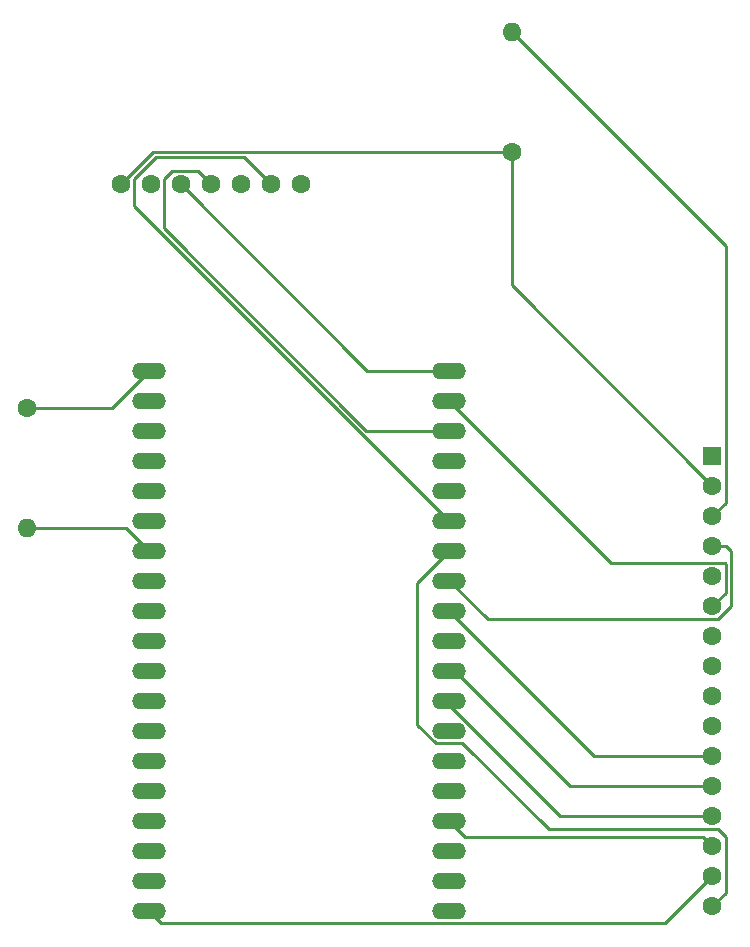
<source format=gbr>
%TF.GenerationSoftware,KiCad,Pcbnew,7.0.2*%
%TF.CreationDate,2023-05-09T10:18:56-04:00*%
%TF.ProjectId,port_alt,706f7274-5f61-46c7-942e-6b696361645f,rev?*%
%TF.SameCoordinates,Original*%
%TF.FileFunction,Copper,L1,Top*%
%TF.FilePolarity,Positive*%
%FSLAX46Y46*%
G04 Gerber Fmt 4.6, Leading zero omitted, Abs format (unit mm)*
G04 Created by KiCad (PCBNEW 7.0.2) date 2023-05-09 10:18:56*
%MOMM*%
%LPD*%
G01*
G04 APERTURE LIST*
%TA.AperFunction,ComponentPad*%
%ADD10O,2.844800X1.422400*%
%TD*%
%TA.AperFunction,ComponentPad*%
%ADD11R,1.600000X1.600000*%
%TD*%
%TA.AperFunction,ComponentPad*%
%ADD12C,1.600000*%
%TD*%
%TA.AperFunction,ComponentPad*%
%ADD13O,1.600000X1.600000*%
%TD*%
%TA.AperFunction,Conductor*%
%ADD14C,0.250000*%
%TD*%
G04 APERTURE END LIST*
D10*
%TO.P,U3,3V3,3.3V*%
%TO.N,Net-(U3-3.3V)*%
X104300000Y-90775000D03*
%TO.P,U3,EN,EN*%
%TO.N,unconnected-(U3-PadEN)*%
X104300000Y-93315000D03*
%TO.P,U3,GND@1,GND@1*%
%TO.N,unconnected-(U3-PadGND@1)*%
X104300000Y-123795000D03*
%TO.P,U3,GND@2,GND@2*%
%TO.N,/GND*%
X129700000Y-90775000D03*
%TO.P,U3,GND@3,GND@3*%
%TO.N,Net-(U1-K)*%
X129700000Y-106015000D03*
%TO.P,U3,GPIO0,GPIO0*%
%TO.N,unconnected-(U3-PadGPIO0)*%
X129700000Y-123795000D03*
%TO.P,U3,GPIO2,GPIO2*%
%TO.N,unconnected-(U3-PadGPIO2)*%
X129700000Y-126335000D03*
%TO.P,U3,GPIO4,GPIO4*%
%TO.N,unconnected-(U3-PadGPIO4)*%
X129700000Y-121255000D03*
%TO.P,U3,GPIO5,GPIO5*%
%TO.N,unconnected-(U3-PadGPIO5)*%
X129700000Y-113635000D03*
%TO.P,U3,GPIO6,GPIO6*%
%TO.N,unconnected-(U3-PadGPIO6)*%
X129700000Y-136495000D03*
%TO.P,U3,GPIO7,GPIO7*%
%TO.N,unconnected-(U3-PadGPIO7)*%
X129700000Y-133955000D03*
%TO.P,U3,GPIO8,GPIO8*%
%TO.N,unconnected-(U3-PadGPIO8)*%
X129700000Y-131415000D03*
%TO.P,U3,GPIO9,GPIO9*%
%TO.N,unconnected-(U3-PadGPIO9)*%
X104300000Y-128875000D03*
%TO.P,U3,GPIO10,GPIO10*%
%TO.N,unconnected-(U3-PadGPIO10)*%
X104300000Y-131415000D03*
%TO.P,U3,GPIO11,GPIO11*%
%TO.N,unconnected-(U3-PadGPIO11)*%
X104300000Y-133955000D03*
%TO.P,U3,GPIO12,GPIO12*%
%TO.N,unconnected-(U3-PadGPIO12)*%
X104300000Y-121255000D03*
%TO.P,U3,GPIO13,GPIO13*%
%TO.N,unconnected-(U3-PadGPIO13)*%
X104300000Y-126335000D03*
%TO.P,U3,GPIO14,GPIO14*%
%TO.N,unconnected-(U3-PadGPIO14)*%
X104300000Y-118715000D03*
%TO.P,U3,GPIO15,GPIO15*%
%TO.N,Net-(U1-D7)*%
X129700000Y-128875000D03*
%TO.P,U3,GPIO16,GPIO16*%
%TO.N,Net-(U1-D6)*%
X129700000Y-118715000D03*
%TO.P,U3,GPIO17,GPIO17*%
%TO.N,Net-(U1-D5)*%
X129700000Y-116175000D03*
%TO.P,U3,GPIO18,GPIO18*%
%TO.N,Net-(U1-D4)*%
X129700000Y-111095000D03*
%TO.P,U3,GPIO19,GPIO19*%
%TO.N,Net-(U1-RS)*%
X129700000Y-108555000D03*
%TO.P,U3,GPIO21,GPIO21*%
%TO.N,Net-(U2-SDI)*%
X129700000Y-103475000D03*
%TO.P,U3,GPIO22,GPIO22*%
%TO.N,Net-(U2-SCK)*%
X129700000Y-95855000D03*
%TO.P,U3,GPIO23,GPIO23*%
%TO.N,Net-(U1-E)*%
X129700000Y-93315000D03*
%TO.P,U3,GPIO25,GPIO25*%
%TO.N,unconnected-(U3-PadGPIO25)*%
X104300000Y-111095000D03*
%TO.P,U3,GPIO26,GPIO26*%
%TO.N,unconnected-(U3-PadGPIO26)*%
X104300000Y-113635000D03*
%TO.P,U3,GPIO27,GPIO27*%
%TO.N,unconnected-(U3-PadGPIO27)*%
X104300000Y-116175000D03*
%TO.P,U3,GPIO32,GPIO32*%
%TO.N,Net-(U5-SPST2)*%
X104300000Y-106015000D03*
%TO.P,U3,GPIO33,GPIO33*%
%TO.N,unconnected-(U3-PadGPIO33)*%
X104300000Y-108555000D03*
%TO.P,U3,GPIO34,GPIO34*%
%TO.N,unconnected-(U3-PadGPIO34)*%
X104300000Y-100935000D03*
%TO.P,U3,GPIO35,GPIO35*%
%TO.N,unconnected-(U3-PadGPIO35)*%
X104300000Y-103475000D03*
%TO.P,U3,GPIO36,GPIO36*%
%TO.N,unconnected-(U3-PadGPIO36)*%
X104300000Y-95855000D03*
%TO.P,U3,GPIO39,GPIO39*%
%TO.N,unconnected-(U3-PadGPIO39)*%
X104300000Y-98395000D03*
%TO.P,U3,RX0,RX0*%
%TO.N,unconnected-(U3-PadRX0)*%
X129700000Y-100935000D03*
%TO.P,U3,TX0,TX0*%
%TO.N,unconnected-(U3-PadTX0)*%
X129700000Y-98395000D03*
%TO.P,U3,VIN,VIN*%
%TO.N,/5V*%
X104300000Y-136495000D03*
%TD*%
D11*
%TO.P,U1,1,vss*%
%TO.N,/GND*%
X152000000Y-98000000D03*
D12*
%TO.P,U1,2,vdd*%
%TO.N,/5V*%
X152000000Y-100540000D03*
%TO.P,U1,3,v0*%
%TO.N,/V0*%
X152000000Y-103080000D03*
%TO.P,U1,4,RS*%
%TO.N,Net-(U1-RS)*%
X152000000Y-105620000D03*
%TO.P,U1,5,RW*%
%TO.N,/GND*%
X152000000Y-108160000D03*
%TO.P,U1,6,E*%
%TO.N,Net-(U1-E)*%
X152000000Y-110700000D03*
%TO.P,U1,7,D0*%
%TO.N,unconnected-(U1-D0-Pad7)*%
X152000000Y-113240000D03*
%TO.P,U1,8,D1*%
%TO.N,unconnected-(U1-D1-Pad8)*%
X152000000Y-115780000D03*
%TO.P,U1,9,D2*%
%TO.N,unconnected-(U1-D2-Pad9)*%
X152000000Y-118320000D03*
%TO.P,U1,10,D3*%
%TO.N,unconnected-(U1-D3-Pad10)*%
X152000000Y-120860000D03*
%TO.P,U1,11,D4*%
%TO.N,Net-(U1-D4)*%
X152000000Y-123400000D03*
%TO.P,U1,12,D5*%
%TO.N,Net-(U1-D5)*%
X152000000Y-125940000D03*
%TO.P,U1,13,D6*%
%TO.N,Net-(U1-D6)*%
X152000000Y-128480000D03*
%TO.P,U1,14,D7*%
%TO.N,Net-(U1-D7)*%
X152000000Y-131020000D03*
%TO.P,U1,15,A*%
%TO.N,/5V*%
X152000000Y-133560000D03*
%TO.P,U1,16,K*%
%TO.N,Net-(U1-K)*%
X152000000Y-136100000D03*
%TD*%
%TO.P,U6,1,R1*%
%TO.N,/5V*%
X135000000Y-72240000D03*
D13*
%TO.P,U6,2,R2*%
%TO.N,/V0*%
X135000000Y-62080000D03*
%TD*%
D12*
%TO.P,U2,1,VIN*%
%TO.N,/5V*%
X101920000Y-75000000D03*
%TO.P,U2,2,3VO*%
%TO.N,unconnected-(U2-3VO-Pad2)*%
X104460000Y-75000000D03*
%TO.P,U2,3,GND*%
%TO.N,/GND*%
X107000000Y-75000000D03*
%TO.P,U2,4,SCK*%
%TO.N,Net-(U2-SCK)*%
X109540000Y-75000000D03*
%TO.P,U2,5,SDO*%
%TO.N,unconnected-(U2-SDO-Pad5)*%
X112080000Y-75000000D03*
%TO.P,U2,6,SDI*%
%TO.N,Net-(U2-SDI)*%
X114620000Y-75000000D03*
%TO.P,U2,7,CS*%
%TO.N,unconnected-(U2-CS-Pad7)*%
X117160000Y-75000000D03*
%TD*%
%TO.P,U5,1,SPST1*%
%TO.N,Net-(U3-3.3V)*%
X94000000Y-93920000D03*
D13*
%TO.P,U5,2,SPST2*%
%TO.N,Net-(U5-SPST2)*%
X94000000Y-104080000D03*
%TD*%
D14*
%TO.N,/GND*%
X107000000Y-75000000D02*
X122775000Y-90775000D01*
X122775000Y-90775000D02*
X129700000Y-90775000D01*
%TO.N,/5V*%
X105336200Y-137531200D02*
X104300000Y-136495000D01*
X135000000Y-72240000D02*
X135000000Y-83540000D01*
X152000000Y-133560000D02*
X148028800Y-137531200D01*
X104680000Y-72240000D02*
X101920000Y-75000000D01*
X135000000Y-83540000D02*
X152000000Y-100540000D01*
X135000000Y-72240000D02*
X104680000Y-72240000D01*
X148028800Y-137531200D02*
X105336200Y-137531200D01*
%TO.N,/V0*%
X153125000Y-101955000D02*
X152000000Y-103080000D01*
X135000000Y-62080000D02*
X153125000Y-80205000D01*
X153125000Y-80205000D02*
X153125000Y-101955000D01*
%TO.N,Net-(U1-RS)*%
X153131370Y-105620000D02*
X153575000Y-106063630D01*
X152000000Y-105620000D02*
X153131370Y-105620000D01*
X132970000Y-111825000D02*
X129700000Y-108555000D01*
X152465991Y-111825000D02*
X132970000Y-111825000D01*
X153575000Y-106063630D02*
X153575000Y-110715991D01*
X153575000Y-110715991D02*
X152465991Y-111825000D01*
%TO.N,Net-(U1-E)*%
X153035000Y-107035000D02*
X153125000Y-107125000D01*
X153125000Y-107125000D02*
X153125000Y-109575000D01*
X153125000Y-109575000D02*
X152000000Y-110700000D01*
X129700000Y-93315000D02*
X143420000Y-107035000D01*
X143420000Y-107035000D02*
X153035000Y-107035000D01*
%TO.N,Net-(U1-D4)*%
X142005000Y-123400000D02*
X129700000Y-111095000D01*
X152000000Y-123400000D02*
X142005000Y-123400000D01*
%TO.N,Net-(U1-D5)*%
X130175000Y-116175000D02*
X129700000Y-116175000D01*
X152000000Y-125940000D02*
X139940000Y-125940000D01*
X139940000Y-125940000D02*
X130175000Y-116175000D01*
%TO.N,Net-(U1-D6)*%
X139101608Y-128480000D02*
X129700000Y-119078392D01*
X129700000Y-119078392D02*
X129700000Y-118715000D01*
X152000000Y-128480000D02*
X139101608Y-128480000D01*
%TO.N,Net-(U1-D7)*%
X152000000Y-131020000D02*
X151200001Y-130220001D01*
X151200001Y-130220001D02*
X131045001Y-130220001D01*
X131045001Y-130220001D02*
X129700000Y-128875000D01*
%TO.N,Net-(U2-SCK)*%
X108415000Y-73875000D02*
X106244009Y-73875000D01*
X106244009Y-73875000D02*
X105585000Y-74534009D01*
X122716396Y-95855000D02*
X129700000Y-95855000D01*
X109540000Y-75000000D02*
X108415000Y-73875000D01*
X105585000Y-74534009D02*
X105585000Y-78723604D01*
X105585000Y-78723604D02*
X122716396Y-95855000D01*
%TO.N,Net-(U2-SDI)*%
X114620000Y-75000000D02*
X112310000Y-72690000D01*
X103045000Y-74534009D02*
X103045000Y-76820000D01*
X112310000Y-72690000D02*
X104889009Y-72690000D01*
X103045000Y-76820000D02*
X129700000Y-103475000D01*
X104889009Y-72690000D02*
X103045000Y-74534009D01*
%TO.N,Net-(U3-3.3V)*%
X94000000Y-93920000D02*
X101155000Y-93920000D01*
X101155000Y-93920000D02*
X104300000Y-90775000D01*
%TO.N,Net-(U5-SPST2)*%
X94000000Y-104080000D02*
X102365000Y-104080000D01*
X102365000Y-104080000D02*
X104300000Y-106015000D01*
%TO.N,Net-(U1-K)*%
X152000000Y-136100000D02*
X153125000Y-134975000D01*
X153125000Y-134975000D02*
X153125000Y-130264009D01*
X127000000Y-120731608D02*
X127000000Y-108715000D01*
X130840408Y-122291200D02*
X128559592Y-122291200D01*
X128559592Y-122291200D02*
X127000000Y-120731608D01*
X127000000Y-108715000D02*
X129700000Y-106015000D01*
X152465991Y-129605000D02*
X138154208Y-129605000D01*
X138154208Y-129605000D02*
X130840408Y-122291200D01*
X153125000Y-130264009D02*
X152465991Y-129605000D01*
%TD*%
M02*

</source>
